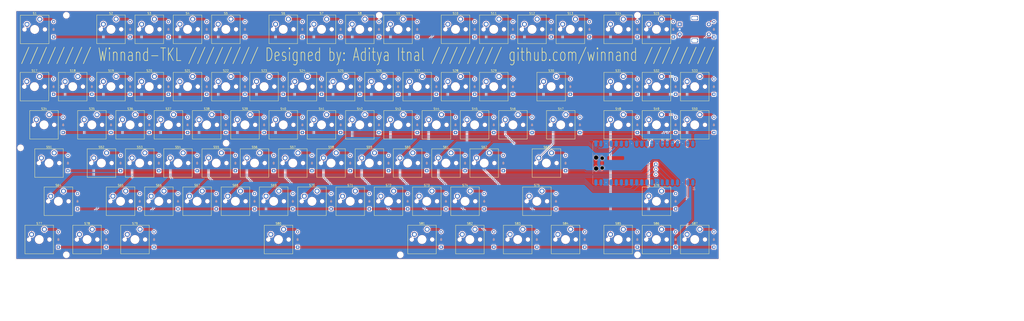
<source format=kicad_pcb>
(kicad_pcb (version 20241229) (generator "pcbnew") (generator_version "9.0")
  (layers (0 "F.Cu" signal) (2 "B.Cu" signal) (13 "F.Paste" user) (15 "B.Paste" user) (5 "F.SilkS" user "F.Silkscreen") (7 "B.SilkS" user "B.Silkscreen") (1 "F.Mask" user) (3 "B.Mask" user) (25 "Edge.Cuts" user))
  (net 0 "")
  (net 1 "GND")
  (net 2 "Row 2")
  (net 3 "Col 5")
  (net 4 "Col 1")
  (net 5 "Col 14")
  (net 6 "Col 9")
  (net 7 "Row 3")
  (net 8 "Col 7")
  (net 9 "Row 5")
  (net 10 "CLK")
  (net 11 "Col 15")
  (net 12 "Col 0")
  (net 13 "Col 16")
  (net 14 "Col 10")
  (net 15 "Col 6")
  (net 16 "Col 2")
  (net 17 "Col 11")
  (net 18 "Col 12")
  (net 19 "DT")
  (net 20 "Row 1")
  (net 21 "Col 4")
  (net 22 "Row 0")
  (net 23 "Col 13")
  (net 24 "Col 8")
  (net 25 "Col 3")
  (net 26 "Row 4")
  (net 27 "Net-(D1-A)")
  (net 28 "Net-(D2-A)")
  (net 29 "Net-(D3-A)")
  (net 30 "Net-(D4-A)")
  (net 31 "Net-(D5-A)")
  (net 32 "Net-(D6-A)")
  (net 33 "Net-(D7-A)")
  (net 34 "Net-(D8-A)")
  (net 35 "Net-(D9-A)")
  (net 36 "Net-(D10-A)")
  (net 37 "Net-(D11-A)")
  (net 38 "Net-(D12-A)")
  (net 39 "Net-(D13-A)")
  (net 40 "Net-(D14-A)")
  (net 41 "Net-(D15-A)")
  (net 42 "Net-(D16-A)")
  (net 43 "Net-(D17-A)")
  (net 44 "Net-(D18-A)")
  (net 45 "Net-(D19-A)")
  (net 46 "Net-(D20-A)")
  (net 47 "Net-(D21-A)")
  (net 48 "Net-(D22-A)")
  (net 49 "Net-(D23-A)")
  (net 50 "Net-(D24-A)")
  (net 51 "Net-(D25-A)")
  (net 52 "Net-(D26-A)")
  (net 53 "Net-(D27-A)")
  (net 54 "Net-(D28-A)")
  (net 55 "Net-(D29-A)")
  (net 56 "Net-(D30-A)")
  (net 57 "Net-(D31-A)")
  (net 58 "Net-(D32-A)")
  (net 59 "Net-(D33-A)")
  (net 60 "Net-(D34-A)")
  (net 61 "Net-(D35-A)")
  (net 62 "Net-(D36-A)")
  (net 63 "Net-(D37-A)")
  (net 64 "Net-(D38-A)")
  (net 65 "Net-(D39-A)")
  (net 66 "Net-(D40-A)")
  (net 67 "Net-(D41-A)")
  (net 68 "Net-(D42-A)")
  (net 69 "Net-(D43-A)")
  (net 70 "Net-(D44-A)")
  (net 71 "Net-(D45-A)")
  (net 72 "Net-(D46-A)")
  (net 73 "Net-(D47-A)")
  (net 74 "Net-(D48-A)")
  (net 75 "Net-(D49-A)")
  (net 76 "Net-(D50-A)")
  (net 77 "Net-(D51-A)")
  (net 78 "Net-(D52-A)")
  (net 79 "Net-(D53-A)")
  (net 80 "Net-(D54-A)")
  (net 81 "Net-(D55-A)")
  (net 82 "Net-(D56-A)")
  (net 83 "Net-(D57-A)")
  (net 84 "Net-(D58-A)")
  (net 85 "Net-(D59-A)")
  (net 86 "Net-(D60-A)")
  (net 87 "Net-(D61-A)")
  (net 88 "Net-(D62-A)")
  (net 89 "Net-(D63-A)")
  (net 90 "Net-(D64-A)")
  (net 91 "Net-(D65-A)")
  (net 92 "Net-(D66-A)")
  (net 93 "Net-(D67-A)")
  (net 94 "Net-(D68-A)")
  (net 95 "Net-(D69-A)")
  (net 96 "Net-(D70-A)")
  (net 97 "Net-(D71-A)")
  (net 98 "Net-(D72-A)")
  (net 99 "Net-(D73-A)")
  (net 100 "Net-(D74-A)")
  (net 101 "Net-(D75-A)")
  (net 102 "Net-(D76-A)")
  (net 103 "Net-(D77-A)")
  (net 104 "Net-(D78-A)")
  (net 105 "Net-(D79-A)")
  (net 106 "Net-(D80-A)")
  (net 107 "Net-(D81-A)")
  (net 108 "Net-(D82-A)")
  (net 109 "Net-(D83-A)")
  (net 110 "Net-(D84-A)")
  (net 111 "Net-(D85-A)")
  (net 112 "Net-(D86-A)")
  (net 113 "Net-(D87-A)")
  (net 115 "NO")
  (footprint "ScottoKeebs_MX:MX_PCB_1.00u" (layer "F.Cu") (at 73.025 63.5)
    (property "Reference" "S19")
    (property "Value" "~")
  )
  (footprint "ScottoKeebs_MX:MX_PCB_1.00u" (layer "F.Cu") (at 206.375 63.5)
    (property "Reference" "S26")
    (property "Value" "~")
  )
  (footprint "ScottoKeebs_MX:MX_PCB_1.00u" (layer "F.Cu") (at 363.5375 82.55)
    (property "Reference" "S50")
    (property "Value" "~")
  )
  (footprint "ScottoKeebs_MX:MX_PCB_1.00u" (layer "F.Cu") (at 53.975 63.5)
    (property "Reference" "S18")
    (property "Value" "~")
  )
  (footprint "ScottoKeebs_MX:MX_PCB_1.00u" (layer "F.Cu") (at 92.075 63.5)
    (property "Reference" "S20")
    (property "Value" "~")
  )
  (footprint "ScottoKeebs_MX:MX_PCB_1.00u" (layer "F.Cu") (at 325.4375 63.5)
    (property "Reference" "S31")
    (property "Value" "~")
  )
  (footprint "ScottoKeebs_MX:MX_PCB_1.00u" (layer "F.Cu") (at 282.575 34.925)
    (property "Reference" "S12")
    (property "Value" "~")
  )
  (footprint "ScottoKeebs_MX:MX_PCB_1.00u" (layer "F.Cu") (at 263.525 34.925)
    (property "Reference" "S11")
    (property "Value" "~")
  )
  (footprint "ScottoKeebs_MX:MX_PCB_1.50u" (layer "F.Cu") (at 39.6875 82.55)
    (property "Reference" "S34")
    (property "Value" "~")
  )
  (footprint "ScottoKeebs_MX:MX_PCB_1.00u" (layer "F.Cu") (at 77.7875 120.65)
    (property "Reference" "S65")
    (property "Value" "~")
  )
  (footprint "ScottoKeebs_MX:MX_PCB_1.25u" (layer "F.Cu") (at 299.24375 139.7)
    (property "Reference" "S84")
    (property "Value" "~")
  )
  (footprint "ScottoKeebs_MX:MX_PCB_1.00u" (layer "F.Cu") (at 120.65 82.55)
    (property "Reference" "S38")
    (property "Value" "~")
  )
  (footprint "ScottoKeebs_MX:MX_PCB_1.00u" (layer "F.Cu") (at 144.4625 101.6)
    (property "Reference" "S56")
    (property "Value" "~")
  )
  (footprint "ScottoKeebs_MX:MX_PCB_1.00u" (layer "F.Cu") (at 92.075 34.925)
    (property "Reference" "S3")
    (property "Value" "~")
  )
  (footprint "ScottoKeebs_MX:MX_PCB_1.00u" (layer "F.Cu") (at 130.175 34.925)
    (property "Reference" "S5")
    (property "Value" "~")
  )
  (footprint "ScottoKeebs_MX:MX_PCB_2.75u" (layer "F.Cu") (at 284.95625 120.65)
    (property "Reference" "S75")
    (property "Value" "~")
  )
  (footprint "ScottoKeebs_MX:MX_PCB_1.00u" (layer "F.Cu") (at 215.9 82.55)
    (property "Reference" "S43")
    (property "Value" "~")
  )
  (footprint "ScottoKeebs_MX:MX_PCB_1.00u" (layer "F.Cu") (at 153.9875 120.65)
    (property "Reference" "S69")
    (property "Value" "~")
  )
  (footprint "ScottoKeebs_MX:MX_PCB_1.00u" (layer "F.Cu") (at 158.75 82.55)
    (property "Reference" "S40")
    (property "Value" "~")
  )
  (footprint "ScottoKeebs_MX:MX_PCB_1.00u" (layer "F.Cu") (at 363.5375 139.7)
    (property "Reference" "S87")
    (property "Value" "~")
  )
  (footprint "ScottoKeebs_MX:MX_PCB_1.00u" (layer "F.Cu") (at 220.6625 101.6)
    (property "Reference" "S60")
    (property "Value" "~")
  )
  (footprint "ScottoKeebs_MX:MX_PCB_1.00u" (layer "F.Cu") (at 115.8875 120.65)
    (property "Reference" "S67")
    (property "Value" "~")
  )
  (footprint "ScottoKeebs_MX:MX_PCB_1.00u" (layer "F.Cu") (at 177.8 82.55)
    (property "Reference" "S41")
    (property "Value" "~")
  )
  (footprint "ScottoKeebs_MX:MX_PCB_1.00u" (layer "F.Cu") (at 201.6125 101.6)
    (property "Reference" "S59")
    (property "Value" "~")
  )
  (footprint "ScottoKeebs_MX:MX_PCB_1.00u" (layer "F.Cu") (at 63.5 82.55)
    (property "Reference" "S35")
    (property "Value" "~")
  )
  (footprint "ScottoKeebs_MX:MX_PCB_1.00u" (layer "F.Cu") (at 130.175 63.5)
    (property "Reference" "S22")
    (property "Value" "~")
  )
  (footprint "ScottoKeebs_MX:MX_PCB_2.25u" (layer "F.Cu") (at 46.83125 120.65)
    (property "Reference" "S64")
    (property "Value" "~")
  )
  (footprint "ScottoKeebs_MX:MX_PCB_1.00u" (layer "F.Cu") (at 35.035 34.99)
    (property "Reference" "S1")
    (property "Value" "~")
  )
  (footprint "ScottoKeebs_MX:MX_PCB_1.00u" (layer "F.Cu") (at 196.85 34.925)
    (property "Reference" "S8")
    (property "Value" "~")
  )
  (footprint "ScottoKeebs_MX:MX_PCB_1.00u" (layer "F.Cu") (at 230.1875 120.65)
    (property "Reference" "S73")
    (property "Value" "~")
  )
  (footprint "ScottoKeebs_MX:MX_PCB_2.25u" (layer "F.Cu") (at 289.71875 101.6)
    (property "Reference" "S63")
    (property "Value" "~")
  )
  (footprint "ScottoKeebs_MX:MX_PCB_1.00u" (layer "F.Cu") (at 344.4875 63.5)
    (property "Reference" "S32")
    (property "Value" "~")
  )
  (footprint "ScottoKeebs_MX:MX_PCB_1.25u" (layer "F.Cu") (at 61.11875 139.7)
    (property "Reference" "S78")
    (property "Value" "~")
  )
  (footprint "ScottoKeebs_MX:MX_PCB_1.00u" (layer "F.Cu") (at 225.425 63.5)
    (property "Reference" "S27")
    (property "Value" "~")
  )
  (footprint "ScottoKeebs_MX:MX_PCB_1.00u" (layer "F.Cu") (at 344.4875 120.65)
    (property "Reference" "S76")
    (property "Value" "~")
  )
  (footprint "ScottoKeebs_MX:MX_PCB_1.00u" (layer "F.Cu") (at 211.1375 120.65)
    (property "Reference" "S72")
    (property "Value" "~")
  )
  (footprint "ScottoKeebs_MX:MX_PCB_1.00u" (layer "F.Cu") (at 149.225 63.5)
    (property "Reference" "S23")
    (property "Value" "~")
  )
  (footprint "ScottoKeebs_MX:MX_PCB_1.00u" (layer "F.Cu") (at 68.2625 101.6)
    (property "Reference" "S52")
    (property "Value" "~")
  )
  (footprint "ScottoKeebs_MX:MX_PCB_1.00u" (layer "F.Cu") (at 101.6 82.55)
    (property "Reference" "S37")
    (property "Value" "~")
  )
  (footprint "ScottoKeebs_MX:MX_PCB_1.00u" (layer "F.Cu") (at 111.125 34.925)
    (property "Reference" "S4")
    (property "Value" "~")
  )
  (footprint "ScottoKeebs_MX:MX_PCB_1.00u" (layer "F.Cu") (at 258.7625 101.6)
    (property "Reference" "S62")
    (property "Value" "~")
  )
  (footprint "ScottoKeebs_MX:MX_PCB_1.25u" (layer "F.Cu") (at 227.80625 139.7)
    (property "Reference" "S81")
    (property "Value" "~")
  )
  (footprint "ScottoKeebs_MX:MX_PCB_1.00u" (layer "F.Cu") (at 301.625 34.925)
    (property "Reference" "S13")
    (property "Value" "~")
  )
  (footprint "ScottoKeebs_MX:MX_PCB_1.00u" (layer "F.Cu") (at 325.4375 139.7)
    (property "Reference" "S85")
    (property "Value" "~")
  )
  (footprint "ScottoKeebs_MX:MX_PCB_1.00u" (layer "F.Cu") (at 173.0375 120.65)
    (property "Reference" "S70")
    (property "Value" "~")
  )
  (footprint "ScottoKeebs_MX:MX_PCB_1.00u" (layer "F.Cu") (at 249.2375 120.65)
    (property "Reference" "S74")
    (property "Value" "~")
  )
  (footprint "ScottoKeebs_MX:MX_PCB_1.25u" (layer "F.Cu") (at 251.61875 139.7)
    (property "Reference" "S82")
    (property "Value" "~")
  )
  (footprint "ScottoKeebs_MX:MX_PCB_1.00u" (layer "F.Cu") (at 34.925 63.5)
    (property "Reference" "S17")
    (property "Value" "~")
  )
  (footprint "ScottoKeebs_MX:MX_PCB_1.00u" (layer "F.Cu") (at 182.5625 101.6)
    (property "Reference" "S58")
    (property "Value" "~")
  )
  (footprint "ScottoKeebs_MX:MX_PCB_1.00u" (layer "F.Cu") (at 177.8 34.925)
    (property "Reference" "S7")
    (property "Value" "~")
  )
  (footprint "ScottoKeebs_MX:MX_PCB_1.00u" (layer "F.Cu") (at 192.0875 120.65)
    (property "Reference" "S71")
    (property "Value" "~")
  )
  (footprint "ScottoKeebs_MX:MX_PCB_1.00u" (layer "F.Cu") (at 196.85 82.55)
    (property "Reference" "S42")
    (property "Value" "~")
  )
  (footprint "ScottoKeebs_MX:MX_PCB_6.25u" (layer "F.Cu") (at 156.36875 139.7)
    (property "Reference" "S80")
    (property "Value" "~")
  )
  (footprint "ScottoKeebs_MX:MX_PCB_1.00u" (layer "F.Cu") (at 325.4375 34.925)
    (property "Reference" "S14")
    (property "Value" "~")
  )
  (footprint "ScottoKeebs_MX:MX_PCB_1.00u" (layer "F.Cu") (at 244.475 63.5)
    (property "Reference" "S28")
    (property "Value" "~")
  )
  (footprint "ScottoKeebs_MX:MX_PCB_1.00u" (layer "F.Cu") (at 163.5125 101.6)
    (property "Reference" "S57")
    (property "Value" "~")
  )
  (footprint "ScottoKeebs_MX:MX_PCB_1.25u" (layer "F.Cu") (at 84.93125 139.7)
    (property "Reference" "S79")
    (property "Value" "~")
  )
  (footprint "ScottoKeebs_MX:MX_PCB_1.00u" (layer "F.Cu") (at 344.4875 82.55)
    (property "Reference" "S49")
    (property "Value" "~")
  )
  (footprint "ScottoKeebs_MX:MX_PCB_1.00u" (layer "F.Cu") (at 106.3625 101.6)
    (property "Reference" "S54")
    (property "Value" "~")
  )
  (footprint "ScottoKeebs_MX:MX_PCB_1.00u" (layer "F.Cu") (at 234.95 82.55)
    (property "Reference" "S44")
    (property "Value" "~")
  )
  (footprint "ScottoKeebs_MX:MX_PCB_1.00u" (layer "F.Cu") (at 158.75 34.925)
    (property "Reference" "S6")
    (property "Value" "~")
  )
  (footprint "ScottoKeebs_MX:MX_PCB_1.00u" (layer "F.Cu") (at 363.5375 63.5)
    (property "Reference" "S33")
    (property "Value" "~")
  )
  (footprint "ScottoKeebs_MX:MX_PCB_1.25u" (layer "F.Cu") (at 37.30625 139.7)
    (property "Reference" "S77")
    (property "Value" "~")
  )
  (footprint "ScottoKeebs_MX:MX_PCB_2.00u" (layer "F.Cu") (at 292.1 63.5)
    (property "Reference" "S30")
    (property "Value" "~")
  )
  (footprint "ScottoKeebs_MX:MX_PCB_1.00u" (layer "F.Cu") (at 96.8375 120.65)
    (property "Reference" "S66")
    (property "Value" "~")
  )
  (footprint "ScottoKeebs_MX:MX_PCB_1.00u" (layer "F.Cu") (at 125.4125 101.6)
    (property "Reference" "S55")
    (property "Value" "~")
  )
  (footprint "ScottoKeebs_MX:MX_PCB_1.00u" (layer "F.Cu") (at 344.4875 139.7)
    (property "Reference" "S86")
    (property "Value" "~")
  )
  (footprint "ScottoKeebs_MX:MX_PCB_1.00u" (layer "F.Cu") (at 168.275 63.5)
    (property "Reference" "S24")
    (property "Value" "~")
  )
  (footprint "ScottoKeebs_MX:MX_PCB_1.00u" (layer "F.Cu") (at 187.325 63.5)
    (property "Reference" "S25")
    (property "Value" "~")
  )
  (footprint "ScottoKeebs_MX:MX_PCB_1.00u" (layer "F.Cu") (at 111.125 63.5)
    (property "Reference" "S21")
    (property "Value" "~")
  )
  (footprint "ScottoKeebs_MX:MX_PCB_1.00u" (layer "F.Cu") (at 73.025 34.925)
    (property "Reference" "S2")
    (property "Value" "~")
  )
  (footprint "ScottoKeebs_MX:MX_PCB_1.00u" (layer "F.Cu") (at 244.475 34.925)
    (property "Reference" "S10")
    (property "Value" "~")
  )
  (footprint "ScottoKeebs_MX:MX_PCB_1.00u" (layer "F.Cu") (at 273.05 82.55)
    (property "Reference" "S46")
    (property "Value" "~")
  )
  (footprint "ScottoKeebs_MX:MX_PCB_1.75u" (layer "F.Cu") (at 42.2 101.6)
    (property "Reference" "S51")
    (property "Value" "~")
  )
  (footprint "ScottoKeebs_MX:MX_PCB_1.25u" (layer "F.Cu") (at 275.43125 139.7)
    (property "Reference" "S83")
    (property "Value" "~")
  )
  (footprint "ScottoKeebs_MX:MX_PCB_1.00u" (layer "F.Cu") (at 325.4375 82.55)
    (property "Reference" "S48")
    (property "Value" "~")
  )
  (footprint "ScottoKeebs_MX:MX_PCB_1.00u" (layer "F.Cu") (at 254 82.55)
    (property "Reference" "S45")
    (property "Value" "~")
  )
  (footprint "ScottoKeebs_MX:MX_PCB_1.00u" (layer "F.Cu") (at 87.3125 101.6)
    (property "Reference" "S53")
    (property "Value" "~")
  )
  (footprint "ScottoKeebs_MX:MX_PCB_1.00u" (layer "F.Cu") (at 82.55 82.55)
    (property "Reference" "S36")
    (property "Value" "~")
  )
  (footprint "ScottoKeebs_MX:MX_PCB_1.00u" (layer "F.Cu") (at 215.9 34.925)
    (property "Reference" "S9")
    (property "Value" "~")
  )
  (footprint "ScottoKeebs_MX:MX_PCB_1.00u" (layer "F.Cu") (at 344.4875 34.925)
    (property "Reference" "S15")
    (property "Value" "~")
  )
  (footprint "ScottoKeebs_MX:MX_PCB_1.00u" (layer "F.Cu") (at 134.9375 120.65)
    (property "Reference" "S68")
    (property "Value" "~")
  )
  (footprint "ScottoKeebs_MX:MX_PCB_1.00u" (layer "F.Cu") (at 139.7 82.55)
    (property "Reference" "S39")
    (property "Value" "~")
  )
  (footprint "ScottoKeebs_Scotto:Encoder_EC11_MX" (layer "F.Cu") (at 363.5375 34.925)
    (property "Reference" "SW0" (hide yes))
    (property "Value" "RotaryEncoder_Switch" (hide yes))
  )
  (footprint "ScottoKeebs_MX:MX_PCB_1.00u" (layer "F.Cu") (at 263.525 63.5)
    (property "Reference" "S29")
    (property "Value" "~")
  )
  (footprint "ScottoKeebs_MX:MX_PCB_1.50u" (layer "F.Cu") (at 296.8625 82.55)
    (property "Reference" "S47")
    (property "Value" "~")
  )
  (footprint "ScottoKeebs_MX:MX_PCB_1.00u" (layer "F.Cu") (at 239.7125 101.6)
    (property "Reference" "S61")
    (property "Value" "~")
  )
  (footprint "ScottoKeebs_Components:Diode_DO-35" (layer "B.Cu") (at 111.125 86.36 90)
    (property "Reference" "D37" (hide yes))
    (property "Value" "~" (hide yes))
  )
  (footprint "ScottoKeebs_Components:Diode_DO-35" (layer "B.Cu") (at 273.05 38.735 90)
    (property "Reference" "D11" (hide yes))
    (property "Value" "~" (hide yes))
  )
  (footprint "ScottoKeebs_Components:Diode_DO-35" (layer "B.Cu") (at 82.55 67.31 90)
    (property "Reference" "D19" (hide yes))
    (property "Value" "~" (hide yes))
  )
  (footprint "ScottoKeebs_Components:Diode_DO-35" (layer "B.Cu") (at 196.85 67.31 90)
    (property "Reference" "D25" (hide yes))
    (property "Value" "~" (hide yes))
  )
  (footprint "ScottoKeebs_Components:Diode_DO-35" (layer "B.Cu") (at 215.9 67.31 90)
    (property "Reference" "D26" (hide yes))
    (property "Value" "~" (hide yes))
  )
  (footprint "ScottoKeebs_Components:Diode_DO-35" (layer "B.Cu") (at 82.55 38.735 90)
    (property "Reference" "D2" (hide yes))
    (property "Value" "~" (hide yes))
  )
  (footprint "ScottoKeebs_Components:Diode_DO-35" (layer "B.Cu") (at 373.0625 67.31 90)
    (property "Reference" "D33" (hide yes))
    (property "Value" "~" (hide yes))
  )
  (footprint "ScottoKeebs_Components:Diode_DO-35" (layer "B.Cu") (at 201.6125 124.46 90)
    (property "Reference" "D71" (hide yes))
    (property "Value" "~" (hide yes))
  )
  (footprint "ScottoKeebs_Components:Diode_DO-35" (layer "B.Cu") (at 139.7 67.31 90)
    (property "Reference" "D22" (hide yes))
    (property "Value" "~" (hide yes))
  )
  (footprint "ScottoKeebs_Components:Diode_DO-35" (layer "B.Cu") (at 206.375 86.36 90)
    (property "Reference" "D42" (hide yes))
    (property "Value" "~" (hide yes))
  )
  (footprint "ScottoKeebs_Components:Diode_DO-35" (layer "B.Cu") (at 130.175 86.36 90)
    (property "Reference" "D38" (hide yes))
    (property "Value" "~" (hide yes))
  )
  (footprint "ScottoKeebs_Components:Diode_DO-35" (layer "B.Cu") (at 115.8875 105.41 90)
    (property "Reference" "D54" (hide yes))
    (property "Value" "~" (hide yes))
  )
  (footprint "ScottoKeebs_Components:Diode_DO-35" (layer "B.Cu") (at 120.65 38.735 90)
    (property "Reference" "D4" (hide yes))
    (property "Value" "~" (hide yes))
  )
  (footprint "ScottoKeebs_Components:Diode_DO-35" (layer "B.Cu") (at 249.2375 105.41 90)
    (property "Reference" "D61" (hide yes))
    (property "Value" "~" (hide yes))
  )
  (footprint "ScottoKeebs_Components:Diode_DO-35" (layer "B.Cu") (at 334.9625 143.51 90)
    (property "Reference" "D85" (hide yes))
    (property "Value" "~" (hide yes))
  )
  (footprint "ScottoKeebs_Components:Diode_DO-35" (layer "B.Cu") (at 92.075 86.36 90)
    (property "Reference" "D36" (hide yes))
    (property "Value" "~" (hide yes))
  )
  (footprint "ScottoKeebs_Components:Diode_DO-35" (layer "B.Cu") (at 373.0625 143.51 90)
    (property "Reference" "D87" (hide yes))
    (property "Value" "~" (hide yes))
  )
  (footprint "ScottoKeebs_Components:Diode_DO-35" (layer "B.Cu") (at 101.6 38.735 90)
    (property "Reference" "D3" (hide yes))
    (property "Value" "~" (hide yes))
  )
  (footprint "ScottoKeebs_Components:Diode_DO-35" (layer "B.Cu") (at 334.9625 38.735 90)
    (property "Reference" "D14" (hide yes))
    (property "Value" "~" (hide yes))
  )
  (footprint "ScottoKeebs_Components:Diode_DO-35" (layer "B.Cu") (at 134.9375 105.41 90)
    (property "Reference" "D55" (hide yes))
    (property "Value" "~" (hide yes))
  )
  (footprint "ScottoKeebs_Components:Diode_DO-35" (layer "B.Cu") (at 268.2875 105.41 90)
    (property "Reference" "D62" (hide yes))
    (property "Value" "~" (hide yes))
  )
  (footprint "ScottoKeebs_Components:Diode_DO-35" (layer "B.Cu") (at 234.95 67.31 90)
    (property "Reference" "D27" (hide yes))
    (property "Value" "~" (hide yes))
  )
  (footprint "ScottoKeebs_Components:Diode_DO-35" (layer "B.Cu") (at 301.625 67.31 90)
    (property "Reference" "D30" (hide yes))
    (property "Value" "~" (hide yes))
  )
  (footprint "ScottoKeebs_Components:Diode_DO-35" (layer "B.Cu") (at 334.9625 67.31 90)
    (property "Reference" "D31" (hide yes))
    (property "Value" "~" (hide yes))
  )
  (footprint "ScottoKeebs_Components:Diode_DO-35" (layer "B.Cu") (at 46.83125 143.51 90)
    (property "Reference" "D77" (hide yes))
    (property "Value" "~" (hide yes))
  )
  (footprint "ScottoKeebs_Components:Diode_DO-35" (layer "B.Cu") (at 106.3625 124.46 90)
    (property "Reference" "D66" (hide yes))
    (property "Value" "~" (hide yes))
  )
  (footprint "ScottoKeebs_Components:Diode_DO-35" (layer "B.Cu") (at 292.1 38.735 90)
    (property "Reference" "D12" (hide yes))
    (property "Value" "~" (hide yes))
  )
  (footprint "Module:RaspberryPi_Pico_W_SMD_HandSolder" (layer "B.Cu") (at 338.455 101.6 -90)
    (property "Reference" "A0")
    (property "Value" "RaspberryPi_Pico_W" (hide yes))
  )
  (footprint "ScottoKeebs_Components:Diode_DO-35" (layer "B.Cu") (at 239.7125 124.46 90)
    (property "Reference" "D73" (hide yes))
    (property "Value" "~" (hide yes))
  )
  (footprint "ScottoKeebs_Components:Diode_DO-35" (layer "B.Cu") (at 294.48125 124.46 90)
    (property "Reference" "D75" (hide yes))
    (property "Value" "~" (hide yes))
  )
  (footprint "ScottoKeebs_Components:Diode_DO-35" (layer "B.Cu") (at 273.05 67.31 90)
    (property "Reference" "D29" (hide yes))
    (property "Value" "~" (hide yes))
  )
  (footprint "ScottoKeebs_Components:Diode_DO-35" (layer "B.Cu") (at 263.525 143.51 90)
    (property "Reference" "D82" (hide yes))
    (property "Value" "~" (hide yes))
  )
  (footprint "ScottoKeebs_Components:Diode_DO-35" (layer "B.Cu") (at 168.275 38.735 90)
    (property "Reference" "D6" (hide yes))
    (property "Value" "~" (hide yes))
  )
  (footprint "ScottoKeebs_Components:Diode_DO-35" (layer "B.Cu") (at 254 38.735 90)
    (property "Reference" "D10" (hide yes))
    (property "Value" "~" (hide yes))
  )
  (footprint "ScottoKeebs_Components:Diode_DO-35" (layer "B.Cu") (at 187.325 86.36 90)
    (property "Reference" "D41" (hide yes))
    (property "Value" "~" (hide yes))
  )
  (footprint "ScottoKeebs_Components:Diode_DO-35" (layer "B.Cu") (at 230.1875 105.41 90)
    (property "Reference" "D60" (hide yes))
    (property "Value" "~" (hide yes))
  )
  (footprint "ScottoKeebs_Components:Diode_DO-35" (layer "B.Cu") (at 237.33125 143.51 90)
    (property "Reference" "D81" (hide yes))
    (property "Value" "~" (hide yes))
  )
  (footprint "ScottoKeebs_Components:Diode_DO-35" (layer "B.Cu") (at 254 67.31 90)
    (property "Reference" "D28" (hide yes))
    (property "Value" "~" (hide yes))
  )
  (footprint "ScottoKeebs_Components:Diode_DO-35" (layer "B.Cu") (at 282.575 86.36 90)
    (property "Reference" "D46" (hide yes))
    (property "Value" "~" (hide yes))
  )
  (footprint "ScottoKeebs_Components:Diode_DO-35" (layer "B.Cu") (at 206.375 38.735 90)
    (property "Reference" "D8" (hide yes))
    (property "Value" "~" (hide yes))
  )
  (footprint "ScottoKeebs_Components:Diode_DO-35" (layer "B.Cu") (at 87.3125 124.46 90)
    (property "Reference" "D65" (hide yes))
    (property "Value" "~" (hide yes))
  )
  (footprint "ScottoKeebs_Components:Diode_DO-35" (layer "B.Cu") (at 96.8375 105.41 90)
    (property "Reference" "D53" (hide yes))
    (property "Value" "~" (hide yes))
  )
  (footprint "ScottoKeebs_Components:Diode_DO-35" (layer "B.Cu") (at 70.64375 143.51 90)
    (property "Reference" "D78" (hide yes))
    (property "Value" "~" (hide yes))
  )
  (footprint "ScottoKeebs_Components:Diode_DO-35" (layer "B.Cu") (at 311.15 38.735 90)
    (property "Reference" "D13" (hide yes))
    (property "Value" "~" (hide yes))
  )
  (footprint "ScottoKeebs_Components:Diode_DO-35" (layer "B.Cu") (at 163.5125 124.46 90)
    (property "Reference" "D69" (hide yes))
    (property "Value" "~" (hide yes))
  )
  (footprint "ScottoKeebs_Components:Diode_DO-35" (layer "B.Cu") (at 77.7875 105.41 90)
    (property "Reference" "D52" (hide yes))
    (property "Value" "~" (hide yes))
  )
  (footprint "ScottoKeebs_Components:Diode_DO-35" (layer "B.Cu") (at 263.525 86.36 90)
    (property "Reference" "D45" (hide yes))
    (property "Value" "~" (hide yes))
  )
  (footprint "ScottoKeebs_Components:Diode_DO-35" (layer "B.Cu") (at 373.0625 86.36 90)
    (property "Reference" "D50" (hide yes))
    (property "Value" "~" (hide yes))
  )
  (footprint "ScottoKeebs_Components:Diode_DO-35" (layer "B.Cu") (at 165.89375 143.51 90)
    (property "Reference" "D80" (hide yes))
    (property "Value" "~" (hide yes))
  )
  (footprint "ScottoKeebs_Components:Diode_DO-35" (layer "B.Cu") (at 73.025 86.36 90)
    (property "Reference" "D35" (hide yes))
    (property "Value" "~" (hide yes))
  )
  (footprint "ScottoKeebs_Components:Diode_DO-35" (layer "B.Cu") (at 158.75 67.31 90)
    (property "Reference" "D23" (hide yes))
    (property "Value" "~" (hide yes))
  )
  (footprint "ScottoKeebs_Components:Diode_DO-35" (layer "B.Cu") (at 225.425 38.735 90)
    (property "Reference" "D9" (hide yes))
    (property "Value" "~" (hide yes))
  )
  (footprint "ScottoKeebs_Components:Diode_DO-35" (layer "B.Cu") (at 354.0125 124.46 90)
    (property "Reference" "D76" (hide yes))
    (property "Value" "~" (hide yes))
  )
  (footprint "ScottoKeebs_Components:Diode_DO-35" (layer "B.Cu") (at 220.6625 124.46 90)
    (property "Reference" "D72" (hide yes))
    (property "Value" "~" (hide yes))
  )
  (footprint "ScottoKeebs_Components:Diode_DO-35" (layer "B.Cu") (at 173.0375 105.41 90)
    (property "Reference" "D57" (hide yes))
    (property "Value" "~" (hide yes))
  )
  (footprint "ScottoKeebs_Components:Diode_DO-35" (layer "B.Cu") (at 44.45 38.735 90)
    (property "Reference" "D1" (hide yes))
    (property "Value" "~" (hide yes))
  )
  (footprint "ScottoKeebs_Components:Diode_DO-35" (layer "B.Cu") (at 101.6 67.31 90)
    (property "Reference" "D20" (hide yes))
    (property "Value" "~" (hide yes))
  )
  (footprint "ScottoKeebs_Components:Diode_DO-35" (layer "B.Cu") (at 120.65 67.31 90)
    (property "Reference" "D21" (hide yes))
    (property "Value" "~" (hide yes))
  )
  (footprint "ScottoKeebs_Components:Diode_DO-35" (layer "B.Cu") (at 354.0125 67.31 90)
    (property "Reference" "D32" (hide yes))
    (property "Value" "~" (hide yes))
  )
  (footprint "ScottoKeebs_Components:Diode_DO-35" (layer "B.Cu") (at 192.0875 105.41 90)
    (property "Reference" "D58" (hide yes))
    (property "Value" "~" (hide yes))
  )
  (footprint "ScottoKeebs_Components:Diode_DO-35" (layer "B.Cu") (at 225.425 86.36 90)
    (property "Reference" "D43" (hide yes))
    (property "Value" "~" (hide yes))
  )
  (footprint "ScottoKeebs_Components:Diode_DO-35" (layer "B.Cu") (at 306.3875 86.36 90)
    (property "Reference" "D47" (hide yes))
    (property "Value" "~" (hide yes))
  )
  (footprint "ScottoKeebs_Components:Diode_DO-35" (layer "B.Cu") (at 63.5 67.31 90)
    (property "Reference" "D18" (hide yes))
    (property "Value" "~" (hide yes))
  )
  (footprint "ScottoKeebs_Components:Diode_DO-35" (layer "B.Cu") (at 56.35625 124.46 90)
    (property "Reference" "D64" (hide yes))
    (property "Value" "~" (hide yes))
  )
  (footprint "ScottoKeebs_Components:Diode_DO-35" (layer "B.Cu") (at 354.0125 86.36 90)
    (property "Reference" "D49" (hide yes))
    (property "Value" "~" (hide yes))
  )
  (footprint "ScottoKeebs_Components:Diode_DO-35" (layer "B.Cu") (at 373.0625 38.735 90)
    (property "Reference" "D16" (hide yes))
    (property "Value" "~" (hide yes))
  )
  (footprint "ScottoKeebs_Components:Diode_DO-35" (layer "B.Cu") (at 51.59375 105.41 90)
    (property "Reference" "D51" (hide yes))
    (property "Value" "~" (hide yes))
  )
  (footprint "ScottoKeebs_Components:Diode_DO-35" (layer "B.Cu") (at 352.9 38.735 90)
    (property "Reference" "D15" (hide yes))
    (property "Value" "~" (hide yes))
  )
  (footprint "ScottoKeebs_Components:Diode_DO-35" (layer "B.Cu") (at 149.225 86.36 90)
    (property "Reference" "D39" (hide yes))
    (property "Value" "~" (hide yes))
  )
  (footprint "ScottoKeebs_Components:Diode_DO-35" (layer "B.Cu") (at 211.1375 105.41 90)
    (property "Reference" "D59" (hide yes))
    (property "Value" "~" (hide yes))
  )
  (footprint "ScottoKeebs_Components:Diode_DO-35" (layer "B.Cu") (at 125.4125 124.46 90)
    (property "Reference" "D67" (hide yes))
    (property "Value" "~" (hide yes))
  )
  (footprint "ScottoKeebs_Components:Diode_DO-35" (layer "B.Cu") (at 49.2125 86.36 90)
    (property "Reference" "D34" (hide yes))
    (property "Value" "~" (hide yes))
  )
  (footprint "ScottoKeebs_Components:Diode_DO-35" (layer "B.Cu") (at 299.24375 105.41 90)
    (property "Reference" "D63" (hide yes))
    (property "Value" "~" (hide yes))
  )
  (footprint "ScottoKeebs_Components:Diode_DO-35" (layer "B.Cu") (at 177.8 67.31 90)
    (property "Reference" "D24" (hide yes))
    (property "Value" "~" (hide yes))
  )
  (footprint "ScottoKeebs_Components:Diode_DO-35" (layer "B.Cu") (at 144.4625 124.46 90)
    (property "Reference" "D68" (hide yes))
    (property "Value" "~" (hide yes))
  )
  (footprint "ScottoKeebs_Components:Diode_DO-35" (layer "B.Cu") (at 308.76875 143.51 90)
    (property "Reference" "D84" (hide yes))
    (property "Value" "~" (hide yes))
  )
  (footprint "ScottoKeebs_Components:Diode_DO-35" (layer "B.Cu") (at 139.7 38.735 90)
    (property "Reference" "D5" (hide yes))
    (property "Value" "~" (hide yes))
  )
  (footprint "ScottoKeebs_Components:Diode_DO-35" (layer "B.Cu") (at 244.475 86.36 90)
    (property "Reference" "D44" (hide yes))
    (property "Value" "~" (hide yes))
  )
  (footprint "ScottoKeebs_Components:Diode_DO-35" (layer "B.Cu") (at 153.9875 105.41 90)
    (property "Reference" "D56" (hide yes))
    (property "Value" "~" (hide yes))
  )
  (footprint "ScottoKeebs_Components:Diode_DO-35" (layer "B.Cu") (at 258.7625 124.46 90)
    (property "Reference" "D74" (hide yes))
    (property "Value" "~" (hide yes))
  )
  (footprint "ScottoKeebs_Components:Diode_DO-35" (layer "B.Cu") (at 354.0125 143.51 90)
    (property "Reference" "D86" (hide yes))
    (property "Value" "~" (hide yes))
  )
  (footprint "ScottoKeebs_Components:Diode_DO-35" (layer "B.Cu") (at 94.45625 143.51 90)
    (property "Reference" "D79" (hide yes))
    (property "Value" "~" (hide yes))
  )
  (footprint "ScottoKeebs_Components:Diode_DO-35" (layer "B.Cu") (at 182.5625 124.46 90)
    (property "Reference" "D70" (hide yes))
    (property "Value" "~" (hide yes))
  )
  (footprint "ScottoKeebs_Components:Diode_DO-35" (layer "B.Cu") (at 334.9625 86.36 90)
    (property "Reference" "D48" (hide yes))
    (property "Value" "~" (hide yes))
  )
  (footprint "ScottoKeebs_Components:Diode_DO-35" (layer "B.Cu") (at 44.45 67.31 90)
    (property "Reference" "D17" (hide yes))
    (property "Value" "~" (hide yes))
  )
  (footprint "ScottoKeebs_Components:Diode_DO-35" (layer "B.Cu") (at 187.325 38.735 90)
    (property "Reference" "D7" (hide yes))
    (property "Value" "~" (hide yes))
  )
  (footprint "ScottoKeebs_Components:Diode_DO-35" (layer "B.Cu") (at 168.275 86.36 90)
    (property "Reference" "D40" (hide yes))
    (property "Value" "~" (hide yes))
  )
  (footprint "ScottoKeebs_Components:Diode_DO-35" (layer "B.Cu") (at 284.95625 143.51 90)
    (property "Reference" "D83" (hide yes))
    (property "Value" "~" (hide yes))
  )
  (gr_circle (center 217 147.32) (end 218.2 147.32) (stroke (width 0.05)) (fill no) (layer "Edge.Cuts"))
  (gr_circle (center 335.026 27.94) (end 336.226 27.94) (stroke (width 0.05)) (fill no) (layer "Edge.Cuts"))
  (gr_circle (center 28 94) (end 29.2 94) (stroke (width 0.05)) (fill no) (layer "Edge.Cuts"))
  (gr_circle (center 206.502 27.94) (end 207.702 27.94) (stroke (width 0.05)) (fill no) (layer "Edge.Cuts"))
  (gr_circle (center 50.8 147.32) (end 52 147.32) (stroke (width 0.05)) (fill no) (layer "Edge.Cuts"))
  (gr_circle (center 130.302 91.694) (end 131.502 91.694) (stroke (width 0.05)) (fill no) (layer "Edge.Cuts"))
  (gr_line (start 375.92 149.86) (end 375.92 25.4) (stroke (width 0.05)) (layer "Edge.Cuts"))
  (gr_line (start 25.4 149.86) (end 376.39625 149.86) (stroke (width 0.05)) (layer "Edge.Cuts"))
  (gr_line (start 25.4 25.4) (end 25.4 149.86) (stroke (width 0.05)) (layer "Edge.Cuts"))
  (gr_circle (center 50.8 27.94) (end 52 27.94) (stroke (width 0.05)) (fill no) (layer "Edge.Cuts"))
  (gr_circle (center 335.026 147.32) (end 336.226 147.32) (stroke (width 0.05)) (fill no) (layer "Edge.Cuts"))
  (gr_line (start 375.92 25.4) (end 25.4 25.4) (stroke (width 0.05)) (layer "Edge.Cuts"))
  (gr_text "//////// Winnand-TKL //////// Designed by: Aditya Itnal //////// github.com/winnand ////////" (at 27.94 51.308 0) (layer "F.SilkS") (effects (font (size 6.35 4.191) (thickness 0.3175)) (justify left bottom)))
  (via (at 332.105 91.91) (size 0.6) (drill 0.3) (layers "F.Cu" "B.Cu") (net 1))
  (via (at 344.805 91.91) (size 0.6) (drill 0.3) (layers "F.Cu" "B.Cu") (net 1))
  (via (at 319.405 91.91) (size 0.6) (drill 0.3) (layers "F.Cu" "B.Cu") (net 1))
  (via (at 357.505 111.29) (size 0.6) (drill 0.3) (layers "F.Cu" "B.Cu") (net 1))
  (via (at 319.405 111.29) (size 0.6) (drill 0.3) (layers "F.Cu" "B.Cu") (net 1))
  (via (at 344.805 111.29) (size 0.6) (drill 0.3) (layers "F.Cu" "B.Cu") (net 1))
  (via (at 357.505 91.91) (size 0.6) (drill 0.3) (layers "F.Cu" "B.Cu") (net 1))
  (segment (start 373.0625 86.36) (end 49.2125 86.36) (width 0.2) (layer "B.Cu") (net 2))
  (segment (start 362.585 87.129) (end 363.354 86.36) (width 0.2) (layer "B.Cu") (net 2))
  (segment (start 362.585 91.91) (end 362.585 87.129) (width 0.2) (layer "B.Cu") (net 2))
  (segment (start 126.365 70.485) (end 135.89 80.01) (width 0.2) (layer "F.Cu") (net 3))
  (segment (start 140.6525 108.585) (end 150.1775 118.11) (width 0.2) (layer "F.Cu") (net 3))
  (segment (start 135.89 80.01) (end 135.89 94.2975) (width 0.2) (layer "F.Cu") (net 3))
  (segment (start 140.6525 99.06) (end 140.6525 108.585) (width 0.2) (layer "F.Cu") (net 3))
  (segment (start 126.365 60.96) (end 126.365 70.485) (width 0.2) (layer "F.Cu") (net 3))
  (segment (start 126.365 32.385) (end 126.365 60.96) (width 0.2) (layer "F.Cu") (net 3))
  (segment (start 150.1775 134.77875) (end 152.55875 137.16) (width 0.2) (layer "F.Cu") (net 3))
  (segment (start 135.89 94.2975) (end 140.6525 99.06) (width 0.2) (layer "F.Cu") (net 3))
  (segment (start 150.1775 118.11) (end 150.1775 134.77875) (width 0.2) (layer "F.Cu") (net 3))
  (segment (start 308.864 110.998) (end 157.2895 110.998) (width 0.2) (layer "B.Cu") (net 3))
  (segment (start 337.185 111.29) (end 333.413 115.062) (width 0.2) (layer "B.Cu") (net 3))
  (segment (start 333.413 115.062) (end 312.928 115.062) (width 0.2) (layer "B.Cu") (net 3))
  (segment (start 312.928 115.062) (end 308.864 110.998) (width 0.2) (layer "B.Cu") (net 3))
  (segment (start 157.2895 110.998) (end 150.1775 118.11) (width 0.2) (layer "B.Cu") (net 3))
  (segment (start 64.4525 108.585) (end 73.9775 118.11) (width 0.2) (layer "F.Cu") (net 4))
  (segment (start 73.9775 118.11) (end 72.209734 118.11) (width 0.2) (layer "F.Cu") (net 4))
  (segment (start 50.165 70.485) (end 59.69 80.01) (width 0.2) (layer "F.Cu") (net 4))
  (segment (start 59.69 80.01) (end 59.69 94.2975) (width 0.2) (layer "F.Cu") (net 4))
  (segment (start 50.165 60.96) (end 50.165 70.485) (width 0.2) (layer "F.Cu") (net 4))
  (segment (start 57.30875 133.010984) (end 57.30875 137.16) (width 0.2) (layer "F.Cu") (net 4))
  (segment (start 64.4525 99.06) (end 64.4525 108.585) (width 0.2) (layer "F.Cu") (net 4))
  (segment (start 72.209734 118.11) (end 57.30875 133.010984) (width 0.2) (layer "F.Cu") (net 4))
  (segment (start 59.69 94.2975) (end 64.4525 99.06) (width 0.2) (layer "F.Cu") (net 4))
  (segment (start 349.885 110.109) (end 345.694 105.918) (width 0.2) (layer "B.Cu") (net 4))
  (segment (start 340.614 107.95) (end 84.1375 107.95) (width 0.2) (layer "B.Cu") (net 4))
  (segment (start 345.694 105.918) (end 342.646 105.918) (width 0.2) (layer "B.Cu") (net 4))
  (segment (start 342.646 105.918) (end 340.614 107.95) (width 0.2) (layer "B.Cu") (net 4))
  (segment (start 84.1375 107.95) (end 73.9775 118.11) (width 0.2) (layer "B.Cu") (net 4))
  (segment (start 349.885 111.29) (end 349.885 110.109) (width 0.2) (layer "B.Cu") (net 4))
  (segment (start 321.6275 32.385) (end 321.6275 60.96) (width 0.2) (layer "F.Cu") (net 5))
  (segment (start 321.6275 60.96) (end 321.6275 80.01) (width 0.2) (layer "F.Cu") (net 5))
  (segment (start 321.6275 80.01) (end 321.6275 137.16) (width 0.2) (layer "F.Cu") (net 5))
  (via (at 321.564 97.536) (size 0.6) (drill 0.3) (layers "F.Cu" "B.Cu") (net 5))
  (segment (start 327.025 92.075) (end 321.564 97.536) (width 0.2) (layer "B.Cu") (net 5))
  (segment (start 327.025 91.91) (end 327.025 92.075) (width 0.2) (layer "B.Cu") (net 5))
  (segment (start 216.8525 99.06) (end 212.09 94.2975) (width 0.2) (layer "F.Cu") (net 6))
  (segment (start 216.8525 99.06) (end 216.8525 108.585) (width 0.2) (layer "F.Cu") (net 6))
  (segment (start 216.8525 108.585) (end 226.3775 118.11) (width 0.2) (layer "F.Cu") (net 6))
  (segment (start 202.565 60.96) (end 202.565 70.485) (width 0.2) (layer "F.Cu") (net 6))
  (segment (start 226.3775 121.6025) (end 241.935 137.16) (width 0.2) (layer "F.Cu") (net 6))
  (segment (start 241.935 137.16) (end 247.80875 137.16) (width 0.2) (layer "F.Cu") (net 6))
  (segment (start 212.09 51.435) (end 202.565 60.96) (width 0.2) (layer "F.Cu") (net 6))
  (segment (start 212.09 32.385) (end 212.09 51.435) (width 0.2) (layer "F.Cu") (net 6))
  (segment (start 226.3775 118.11) (end 226.3775 121.6025) (width 0.2) (layer "F.Cu") (net 6))
  (segment (start 202.565 70.485) (end 212.09 80.01) (width 0.2) (layer "F.Cu") (net 6))
  (segment (start 212.09 94.2975) (end 212.09 80.01) (width 0.2) (layer "F.Cu") (net 6))
  (segment (start 332.143 89.408) (end 226.5045 89.408) (width 0.2) (layer "B.Cu") (net 6))
  (segment (start 334.645 91.91) (end 332.143 89.408) (width 0.2) (layer "B.Cu") (net 6))
  (segment (start 226.5045 89.408) (end 216.8525 99.06) (width 0.2) (layer "B.Cu") (net 6))
  (segment (start 309.27675 105.918) (end 308.76875 105.41) (width 0.2) (layer "B.Cu") (net 7))
  (segment (start 354.965 111.29) (end 354.965 109.601) (width 0.2) (layer "B.Cu") (net 7))
  (segment (start 345.694 100.33) (end 342.646 100.33) (width 0.2) (layer "B.Cu") (net 7))
  (segment (start 308.76875 105.41) (end 51.59375 105.41) (width 0.2) (layer "B.Cu") (net 7))
  (segment (start 342.646 100.33) (end 337.058 105.918) (width 0.2) (layer "B.Cu") (net 7))
  (segment (start 337.058 105.918) (end 309.27675 105.918) (width 0.2) (layer "B.Cu") (net 7))
  (segment (start 354.965 109.601) (end 345.694 100.33) (width 0.2) (layer "B.Cu") (net 7))
  (segment (start 173.99 80.01) (end 173.99 94.2975) (width 0.2) (layer "F.Cu") (net 8))
  (segment (start 173.99 94.2975) (end 178.7525 99.06) (width 0.2) (layer "F.Cu") (net 8))
  (segment (start 164.465 70.485) (end 173.99 80.01) (width 0.2) (layer "F.Cu") (net 8))
  (segment (start 173.99 51.435) (end 164.465 60.96) (width 0.2) (layer "F.Cu") (net 8))
  (segment (start 178.7525 108.585) (end 188.2775 118.11) (width 0.2) (layer "F.Cu") (net 8))
  (segment (start 178.7525 99.06) (end 178.7525 108.585) (width 0.2) (layer "F.Cu") (net 8))
  (segment (start 173.99 32.385) (end 173.99 51.435) (width 0.2) (layer "F.Cu") (net 8))
  (segment (start 164.465 60.96) (end 164.465 70.485) (width 0.2) (layer "F.Cu") (net 8))
  (segment (start 335.788 87.973) (end 335.788 87.884) (width 0.2) (layer "B.Cu") (net 8))
  (segment (start 189.9285 87.884) (end 178.7525 99.06) (width 0.2) (layer "B.Cu") (net 8))
  (segment (start 335.788 87.884) (end 189.9285 87.884) (width 0.2) (layer "B.Cu") (net 8))
  (segment (start 339.725 91.91) (end 335.788 87.973) (width 0.2) (layer "B.Cu") (net 8))
  (segment (start 354.0125 138.4935) (end 362.585 129.921) (width 0.2) (layer "B.Cu") (net 9))
  (segment (start 362.585 129.921) (end 362.585 111.29) (width 0.2) (layer "B.Cu") (net 9))
  (segment (start 354.0125 143.51) (end 354.0125 138.4935) (width 0.2) (layer "B.Cu") (net 9))
  (segment (start 46.83125 143.51) (end 373.0625 143.51) (width 0.2) (layer "B.Cu") (net 9))
  (segment (start 356.0375 90.8375) (end 354.965 91.91) (width 0.2) (layer "F.Cu") (net 10))
  (segment (start 356.0375 90.8375) (end 356.0375 37.425) (width 0.2) (layer "F.Cu") (net 10))
  (via (at 354.965 91.91) (size 0.6) (drill 0.3) (layers "F.Cu" "B.Cu") (net 10))
  (segment (start 342.265 91.91) (end 342.265 90.2335) (width 0.2) (layer "F.Cu") (net 11))
  (segment (start 342.265 90.2335) (end 340.6775 88.646) (width 0.2) (layer "F.Cu") (net 11))
  (segment (start 340.6775 88.646) (end 340.6775 118.11) (width 0.2) (layer "F.Cu") (net 11))
  (segment (start 340.6775 32.385) (end 340.6775 60.96) (width 0.2) (layer "F.Cu") (net 11))
  (segment (start 340.6775 137.16) (end 340.6775 118.11) (width 0.2) (layer "F.Cu") (net 11))
  (segment (start 340.6775 88.646) (end 340.6775 80.01) (width 0.2) (layer "F.Cu") (net 11))
  (segment (start 340.6775 60.96) (end 340.6775 80.01) (width 0.2) (layer "F.Cu") (net 11))
  (via (at 342.265 91.91) (size 0.6) (drill 0.3) (layers "F.Cu" "B.Cu") (net 11))
  (segment (start 35.8775 80.01) (end 35.8775 96.5475) (width 0.2) (layer "F.Cu") (net 12))
  (segment (start 35.8775 96.5475) (end 38.39 99.06) (width 0.2) (layer "F.Cu") (net 12))
  (segment (start 31.115 60.96) (end 31.115 75.2475) (width 0.2) (layer "F.Cu") (net 12))
  (segment (start 31.225 60.85) (end 31.115 60.96) (width 0.2) (layer "F.Cu") (net 12))
  (segment (start 41.253484 118.11) (end 33.49625 125.867234) (width 0.2) (layer "F.Cu") (net 12))
  (segment (start 33.49625 125.867234) (end 33.49625 137.16) (width 0.2) (layer "F.Cu") (net 12))
  (segment (start 38.39 113.47875) (end 43.02125 118.11) (width 0.2) (layer "F.Cu") (net 12))
  (segment (start 31.115 75.2475) (end 35.8775 80.01) (width 0.2) (layer "F.Cu") (net 12))
  (segment (start 43.02125 118.11) (end 41.253484 118.11) (width 0.2) (layer "F.Cu") (net 12))
  (segment (start 31.225 32.45) (end 31.225 60.85) (width 0.2) (layer "F.Cu") (net 12))
  (segment (start 38.39 99.06) (end 38.39 113.47875) (width 0.2) (layer "F.Cu") (net 12))
  (segment (start 53.94325 107.188) (end 43.02125 118.11) (width 0.2) (layer "B.Cu") (net 12))
  (segment (start 345.694 103.378) (end 342.646 103.378) (width 0.2) (layer "B.Cu") (net 12))
  (segment (start 352.425 111.29) (end 352.425 110.109) (width 0.2) (layer "B.Cu") (net 12))
  (segment (start 338.836 107.188) (end 53.94325 107.188) (width 0.2) (layer "B.Cu") (net 12))
  (segment (start 352.425 110.109) (end 345.694 103.378) (width 0.2) (layer "B.Cu") (net 12))
  (segment (start 342.646 103.378) (end 338.836 107.188) (width 0.2) (layer "B.Cu") (net 12))
  (segment (start 359.7275 48.235) (end 359.7275 60.96) (width 0.2) (layer "F.Cu") (net 13))
  (segment (start 360.045 91.91) (end 359.7275 92.2275) (width 0.2) (layer "F.Cu") (net 13))
  (segment (start 359.7275 92.2275) (end 359.7275 87.63) (width 0.2) (layer "F.Cu") (net 13))
  (segment (start 359.7275 137.16) (end 359.7275 92.2275) (width 0.2) (layer "F.Cu") (net 13))
  (segment (start 359.7275 87.63) (end 359.7275 80.01) (width 0.2) (layer "F.Cu") (net 13))
  (segment (start 359.7275 60.96) (end 359.7275 80.01) (width 0.2) (layer "F.Cu") (net 13))
  (segment (start 370.5375 37.425) (end 359.7275 48.235) (width 0.2) (layer "F.Cu") (net 13))
  (via (at 360.045 91.91) (size 0.6) (drill 0.3) (layers "F.Cu" "B.Cu") (net 13))
  (segment (start 271.62125 137.16) (end 260.985 137.16) (width 0.2) (layer "F.Cu") (net 14))
  (segment (start 235.9025 108.585) (end 235.9025 99.06) (width 0.2) (layer "F.Cu") (net 14))
  (segment (start 221.615 60.96) (end 221.615 70.485) (width 0.2) (layer "F.Cu") (net 14))
  (segment (start 245.4275 121.6025) (end 245.4275 118.11) (width 0.2) (layer "F.Cu") (net 14))
  (segment (start 238.897234 32.385) (end 221.615 49.667234) (width 0.2) (layer "F.Cu") (net 14))
  (segment (start 245.4275 118.11) (end 235.9025 108.585) (width 0.2) (layer "F.Cu") (net 14))
  (segment (start 221.615 49.667234) (end 221.615 60.96) (width 0.2) (layer "F.Cu") (net 14))
  (segment (start 240.665 32.385) (end 238.897234 32.385) (width 0.2) (layer "F.Cu") (net 14))
  (segment (start 260.985 137.16) (end 245.4275 121.6025) (width 0.2) (layer "F.Cu") (net 14))
  (segment (start 235.9025 99.06) (end 231.14 94.2975) (width 0.2) (layer "F.Cu") (net 14))
  (segment (start 221.615 70.485) (end 231.14 80.01) (width 0.2) (layer "F.Cu") (net 14))
  (segment (start 231.14 94.2975) (end 231.14 80.01) (width 0.2) (layer "F.Cu") (net 14))
  (segment (start 312.585 90.17) (end 244.7925 90.17) (width 0.2) (layer "B.Cu") (net 14))
  (segment (start 244.7925 90.17) (end 235.9025 99.06) (width 0.2) (layer "B.Cu") (net 14))
  (segment (start 314.325 91.91) (end 312.585 90.17) (width 0.2) (layer "B.Cu") (net 14))
  (segment (start 154.94 94.2975) (end 159.7025 99.06) (width 0.2) (layer "F.Cu") (net 15))
  (segment (start 154.94 51.435) (end 145.415 60.96) (width 0.2) (layer "F.Cu") (net 15))
  (segment (start 154.94 80.01) (end 154.94 94.2975) (width 0.2) (layer "F.Cu") (net 15))
  (segment (start 154.94 32.385) (end 154.94 51.435) (width 0.2) (layer "F.Cu") (net 15))
  (segment (start 159.7025 108.585) (end 159.7025 99.06) (width 0.2) (layer "F.Cu") (net 15))
  (segment (start 169.2275 118.11) (end 159.7025 108.585) (width 0.2) (layer "F.Cu") (net 15))
  (segment (start 145.415 60.96) (end 145.415 70.485) (width 0.2) (layer "F.Cu") (net 15))
  (segment (start 145.415 70.485) (end 154.94 80.01) (width 0.2) (layer "F.Cu") (net 15))
  (segment (start 312.928 115.824) (end 308.864 111.76) (width 0.2) (layer "B.Cu") (net 15))
  (segment (start 308.864 111.76) (end 175.5775 111.76) (width 0.2) (layer "B.Cu") (net 15))
  (segment (start 337.731 115.824) (end 312.928 115.824) (width 0.2) (layer "B.Cu") (net 15))
  (segment (start 342.265 111.29) (end 337.731 115.824) (width 0.2) (layer "B.Cu") (net 15))
  (segment (start 175.5775 111.76) (end 169.2275 118.11) (width 0.2) (layer "B.Cu") (net 15))
  (segment (start 93.0275 118.11) (end 83.5025 108.585) (width 0.2) (layer "F.Cu") (net 16))
  (segment (start 94.45625 119.53875) (end 93.0275 118.11) (width 0.2) (layer "F.Cu") (net 16))
  (segment (start 78.74 94.2975) (end 78.74 80.01) (width 0.2) (layer "F.Cu") (net 16))
  (segment (start 69.215 70.485) (end 78.74 80.01) (width 0.2) (layer "F.Cu") (net 16))
  (segment (start 69.215 32.385) (end 69.215 60.96) (width 0.2) (layer "F.Cu") (net 16))
  (segment (start 69.215 60.96) (end 69.215 70.485) (width 0.2) (layer "F.Cu") (net 16))
  (segment (start 81.12125 137.16) (end 94.45625 123.825) (width 0.2) (layer "F.Cu") (net 16))
  (segment (start 83.5025 99.06) (end 78.74 94.2975) (width 0.2) (layer "F.Cu") (net 16))
  (segment (start 94.45625 123.825) (end 94.45625 119.53875) (width 0.2) (layer "F.Cu") (net 16))
  (segment (start 83.5025 108.585) (end 83.5025 99.06) (width 0.2) (layer "F.Cu") (net 16))
  (segment (start 347.345 110.363) (end 345.694 108.712) (width 0.2) (layer "B.Cu") (net 16))
  (segment (start 102.4255 108.712) (end 93.0275 118.11) (width 0.2) (layer "B.Cu") (net 16))
  (segment (start 345.694 108.712) (end 102.4255 108.712) (width 0.2) (layer "B.Cu") (net 16))
  (segment (start 347.345 111.29) (end 347.345 110.363) (width 0.2) (layer "B.Cu") (net 16))
  (segment (start 254.9525 101.114816) (end 271.947684 118.11) (width 0.2) (layer "F.Cu") (net 17))
  (segment (start 254.9525 99.06) (end 254.9525 101.114816) (width 0.2) (layer "F.Cu") (net 17))
  (segment (start 259.715 41.91) (end 240.665 60.96) (width 0.2) (layer "F.Cu") (net 17))
  (segment (start 250.19 94.2975) (end 254.9525 99.06) (width 0.2) (layer "F.Cu") (net 17))
  (segment (start 240.665 70.485) (end 250.19 80.01) (width 0.2) (layer "F.Cu") (net 17))
  (segment (start 259.715 32.385) (end 259.715 41.91) (width 0.2) (layer "F.Cu") (net 17))
  (segment (start 271.947684 118.11) (end 281.14625 118.11) (width 0.2) (layer "F.Cu") (net 17))
  (segment (start 281.14625 122.8725) (end 295.43375 137.16) (width 0.2) (layer "F.Cu") (net 17))
  (segment (start 281.14625 118.11) (end 281.14625 122.8725) (width 0.2) (layer "F.Cu") (net 17))
  (segment (start 240.665 60.96) (end 240.665 70.485) (width 0.2) (layer "F.Cu") (net 17))
  (segment (start 250.19 80.01) (end 250.19 94.2975) (width 0.2) (layer "F.Cu") (net 17))
  (segment (start 314.198 94.234) (end 310.896 90.932) (width 0.2) (layer "B.Cu") (net 17))
  (segment (start 314.541 94.234) (end 314.198 94.234) (width 0.2) (layer "B.Cu") (net 17))
  (segment (start 316.865 91.91) (end 314.541 94.234) (width 0.2) (layer "B.Cu") (net 17))
  (segment (start 263.0805 90.932) (end 254.9525 99.06) (width 0.2) (layer "B.Cu") (net 17))
  (segment (start 310.896 90.932) (end 263.0805 90.932) (width 0.2) (layer "B.Cu") (net 17))
  (segment (start 278.765 32.385) (end 278.765 41.91) (width 0.2) (layer "F.Cu") (net 18))
  (segment (start 278.765 41.91) (end 259.715 60.96) (width 0.2) (layer "F.Cu") (net 18))
  (segment (start 259.715 70.485) (end 269.24 80.01) (width 0.2) (layer "F.Cu") (net 18))
  (segment (start 269.24 80.01) (end 269.24 87.376) (width 0.2) (layer "F.Cu") (net 18))
  (segment (start 259.715 60.96) (end 259.715 70.485) (width 0.2) (layer "F.Cu") (net 18))
  (segment (start 269.24 87.376) (end 273.558 91.694) (width 0.2) (layer "F.Cu") (net 18))
  (via (at 273.558 91.694) (size 0.6) (drill 0.3) (layers "F.Cu" "B.Cu") (net 18))
  (segment (start 310.896 91.694) (end 314.198 94.996) (width 0.2) (layer "B.Cu") (net 18))
  (segment (start 273.558 91.694) (end 310.896 91.694) (width 0.2) (layer "B.Cu") (net 18))
  (segment (start 321.945 93.51) (end 321.945 91.91) (width 0.2) (layer "B.Cu") (net 18))
  (segment (start 320.459 94.996) (end 321.945 93.51) (width 0.2) (layer "B.Cu") (net 18))
  (segment (start 314.198 94.996) (end 320.459 94.996) (width 0.2) (layer "B.Cu") (net 18))
  (segment (start 355.346 88.989) (end 355.346 39.624) (width 0.2) (layer "F.Cu") (net 19))
  (segment (start 352.425 91.91) (end 355.346 88.989) (width 0.2) (layer "F.Cu") (net 19))
  (segment (start 354.7365 33.726) (end 354.7365 39.0145) (width 0.2) (layer "F.Cu") (net 19))
  (segment (start 354.7365 39.0145) (end 355.346 39.624) (width 0.2) (layer "F.Cu") (net 19))
  (segment (start 356.0375 32.425) (end 354.7365 33.726) (width 0.2) (layer "F.Cu") (net 19))
  (via (at 352.425 91.91) (size 0.6) (drill 0.3) (layers "F.Cu" "B.Cu") (net 19))
  (segment (start 349.885 86.487) (end 352.298 84.074) (width 0.2) (layer "F.Cu") (net 20))
  (segment (start 349.885 91.91) (end 349.885 86.487) (width 0.2) (layer "F.Cu") (net 20))
  (segment (start 352.298 69.0245) (end 354.0125 67.31) (width 0.2) (layer "F.Cu") (net 20))
  (segment (start 352.298 84.074) (end 352.298 69.0245) (width 0.2) (layer "F.Cu") (net 20))
  (via (at 349.885 91.91) (size 0.6) (drill 0.3) (layers "F.Cu" "B.Cu") (net 20))
  (segment (start 44.45 67.31) (end 373.0625 67.31) (width 0.2) (layer "B.Cu") (net 20))
  (segment (start 107.315 32.385) (end 107.315 60.96) (width 0.2) (layer "F.Cu") (net 21))
  (segment (start 121.6025 99.06) (end 116.84 94.2975) (width 0.2) (layer "F.Cu") (net 21))
  (segment (start 116.84 94.2975) (end 116.84 80.01) (width 0.2) (layer "F.Cu") (net 21))
  (segment (start 116.84 80.01) (end 107.315 70.485) (width 0.2) (layer "F.Cu") (net 21))
  (segment (start 131.1275 118.11) (end 121.6025 108.585) (width 0.2) (layer "F.Cu") (net 21))
  (segment (start 107.315 70.485) (end 107.315 60.96) (width 0.2) (layer "F.Cu") (net 21))
  (segment (start 121.6025 108.585) (end 121.6025 99.06) (width 0.2) (layer "F.Cu") (net 21))
  (segment (start 331.635 114.3) (end 312.928 114.3) (width 0.2) (layer "B.Cu") (net 21))
  (segment (start 312.928 114.3) (end 308.864 110.236) (width 0.2) (layer "B.Cu") (net 21))
  (segment (start 139.0015 110.236) (end 131.1275 118.11) (width 0.2) (layer "B.Cu") (net 21))
  (segment (start 308.864 110.236) (end 139.0015 110.236) (width 0.2) (layer "B.Cu") (net 21))
  (segment (start 334.645 111.29) (end 331.635 114.3) (width 0.2) (layer "B.Cu") (net 21))
  (segment (start 351.282 40.353) (end 351.282 83.312) (width 0.2) (layer "F.Cu") (net 22))
  (segment (start 352.425 39.21) (end 352.9 38.735) (width 0.2) (layer "F.Cu") (net 22))
  (segment (start 351.282 83.312) (end 347.472 87.122) (width 0.2) (layer "F.Cu") (net 22))
  (segment (start 352.9 38.735) (end 351.282 40.353) (width 0.2) (layer "F.Cu") (net 22))
  (segment (start 347.472 87.122) (end 347.472 91.948) (width 0.2) (layer "F.Cu") (net 22))
  (via (at 347.472 91.948) (size 0.6) (drill 0.3) (layers "F.Cu" "B.Cu") (net 22))
  (segment (start 44.45 38.735) (end 373.0625 38.735) (width 0.2) (layer "B.Cu") (net 22))
  (segment (start 293.0525 80.01) (end 293.0525 91.91625) (width 0.2) (layer "F.Cu") (net 23))
  (segment (start 297.815 32.385) (end 297.815 51.435) (width 0.2) (layer "F.Cu") (net 23))
  (segment (start 288.29 75.2475) (end 288.29 60.96) (width 0.2) (layer "F.Cu") (net 23))
  (segment (start 297.815 51.435) (end 288.29 60.96) (width 0.2) (layer "F.Cu") (net 23))
  (segment (start 293.0525 91.91625) (end 285.90875 99.06) (width 0.2) (layer "F.Cu") (net 23))
  (segment (start 293.0525 80.01) (end 288.29 75.2475) (width 0.2) (layer "F.Cu") (net 23))
  (segment (start 320.637 95.758) (end 314.198 95.758) (width 0.2) (layer "B.Cu") (net 23))
  (segment (start 292.51275 92.456) (end 285.90875 99.06) (width 0.2) (layer "B.Cu") (net 23))
  (segment (start 314.198 95.758) (end 310.896 92.456) (width 0.2) (layer "B.Cu") (net 23))
  (segment (start 310.896 92.456) (end 292.51275 92.456) (width 0.2) (layer "B.Cu") (net 23))
  (segment (start 324.485 91.91) (end 320.637 95.758) (width 0.2) (layer "B.Cu") (net 23))
  (segment (start 207.3275 120.49125) (end 207.3275 118.11) (width 0.2) (layer "F.Cu") (net 24))
  (segment (start 197.8025 108.585) (end 197.8025 99.06) (width 0.2) (layer "F.Cu") (net 24))
  (segment (start 207.3275 118.11) (end 197.8025 108.585) (width 0.2) (layer "F.Cu") (net 24))
  (segment (start 183.515 60.96) (end 193.04 51.435) (width 0.2) (layer "F.Cu") (net 24))
  (segment (start 223.99625 137.16) (end 207.3275 120.49125) (width 0.2) (layer "F.Cu") (net 24))
  (segment (start 193.04 51.435) (end 193.04 32.385) (width 0.2) (layer "F.Cu") (net 24))
  (segment (start 193.04 94.2975) (end 193.04 80.01) (width 0.2) (layer "F.Cu") (net 24))
  (segment (start 183.515 70.485) (end 183.515 60.96) (width 0.2) (layer "F.Cu") (net 24))
  (segment (start 193.04 80.01) (end 183.515 70.485) (width 0.2) (layer "F.Cu") (net 24))
  (segment (start 197.8025 99.06) (end 193.04 94.2975) (width 0.2) (layer "F.Cu") (net 24))
  (segment (start 208.2165 88.646) (end 197.8025 99.06) (width 0.2) (layer "B.Cu") (net 24))
  (segment (start 333.921 88.646) (end 208.2165 88.646) (width 0.2) (layer "B.Cu") (net 24))
  (segment (start 337.185 91.91) (end 333.921 88.646) (width 0.2) (layer "B.Cu") (net 24))
  (segment (start 88.265 60.96) (end 88.265 70.485) (width 0.2) (layer "F.Cu") (net 25))
  (segment (start 88.265 70.485) (end 97.79 80.01) (width 0.2) (layer "F.Cu") (net 25))
  (segment (start 102.5525 108.585) (end 102.5525 99.06) (width 0.2) (layer "F.Cu") (net 25))
  (segment (start 88.265 32.385) (end 88.265 60.96) (width 0.2) (layer "F.Cu") (net 25))
  (segment (start 97.79 94.2975) (end 102.5525 99.06) (width 0.2) (layer "F.Cu") (net 25))
  (segment (start 97.79 80.01) (end 97.79 94.2975) (width 0.2) (layer "F.Cu") (net 25))
  (segment (start 112.0775 118.11) (end 102.5525 108.585) (width 0.2) (layer "F.Cu") (net 25))
  (segment (start 120.7135 109.474) (end 112.0775 118.11) (width 0.2) (layer "B.Cu") (net 25))
  (segment (start 329.565 111.29) (end 329.565 112.141) (width 0.2) (layer "B.Cu") (net 25))
  (segment (start 308.864 109.474) (end 120.7135 109.474) (width 0.2) (layer "B.Cu") (net 25))
  (segment (start 329.565 112.141) (end 328.168 113.538) (width 0.2) (layer "B.Cu") (net 25))
  (segment (start 328.168 113.538) (end 312.928 113.538) (width 0.2) (layer "B.Cu") (net 25))
  (segment (start 312.928 113.538) (end 308.864 109.474) (width 0.2) (layer "B.Cu") (net 25))
  (segment (start 360.045 111.29) (end 360.045 118.4275) (width 0.2) (layer "B.Cu") (net 26))
  (segment (start 360.045 118.4275) (end 354.0125 124.46) (width 0.2) (layer "B.Cu") (net 26))
  (segment (start 56.35625 124.46) (end 354.0125 124.46) (width 0.2) (layer "B.Cu") (net 26))
  (segment (start 43.245 29.91) (end 44.45 31.115) (width 0.2) (layer "B.Cu") (net 27))
  (segment (start 37.575 29.91) (end 43.245 29.91) (width 0.2) (layer "B.Cu") (net 27))
  (segment (start 81.28 29.845) (end 82.55 31.115) (width 0.2) (layer "B.Cu") (net 28))
  (segment (start 75.565 29.845) (end 81.28 29.845) (width 0.2) (layer "B.Cu") (net 28))
  (segment (start 94.615 29.845) (end 100.33 29.845) (width 0.2) (layer "B.Cu") (net 29))
  (segment (start 100.33 29.845) (end 101.6 31.115) (width 0.2) (layer "B.Cu") (net 29))
  (segment (start 113.665 29.845) (end 119.38 29.845) (width 0.2) (layer "B.Cu") (net 30))
  (segment (start 119.38 29.845) (end 120.65 31.115) (width 0.2) (layer "B.Cu") (net 30))
  (segment (start 138.43 29.845) (end 139.7 31.115) (width 0.2) (layer "B.Cu") (net 31))
  (segment (start 132.715 29.845) (end 138.43 29.845) (width 0.2) (layer "B.Cu") (net 31))
  (segment (start 167.005 29.845) (end 168.275 31.115) (width 0.2) (layer "B.Cu") (net 32))
  (segment (start 161.29 29.845) (end 167.005 29.845) (width 0.2) (layer "B.Cu") (net 32))
  (segment (start 186.055 29.845) (end 187.325 31.115) (width 0.2) (layer "B.Cu") (net 33))
  (segment (start 180.34 29.845) (end 186.055 29.845) (width 0.2) (layer "B.Cu") (net 33))
  (segment (start 199.39 29.845) (end 205.105 29.845) (width 0.2) (layer "B.Cu") (net 34))
  (segment (start 205.105 29.845) (end 206.375 31.115) (width 0.2) (layer "B.Cu") (net 34))
  (segment (start 224.155 29.845) (end 225.425 31.115) (width 0.2) (layer "B.Cu") (net 35))
  (segment (start 218.44 29.845) (end 224.155 29.845) (width 0.2) (layer "B.Cu") (net 35))
  (segment (start 252.73 29.845) (end 254 31.115) (width 0.2) (layer "B.Cu") (net 36))
  (segment (start 247.015 29.845) (end 252.73 29.845) (width 0.2) (layer "B.Cu") (net 36))
  (segment (start 266.065 29.845) (end 271.78 29.845) (width 0.2) (layer "B.Cu") (net 37))
  (segment (start 271.78 29.845) (end 273.05 31.115) (width 0.2) (layer "B.Cu") (net 37))
  (segment (start 285.115 29.845) (end 290.83 29.845) (width 0.2) (layer "B.Cu") (net 38))
  (segment (start 290.83 29.845) (end 292.1 31.115) (width 0.2) (layer "B.Cu") (net 38))
  (segment (start 304.165 29.845) (end 309.88 29.845) (width 0.2) (layer "B.Cu") (net 39))
  (segment (start 309.88 29.845) (end 311.15 31.115) (width 0.2) (layer "B.Cu") (net 39))
  (segment (start 333.6925 29.845) (end 334.9625 31.115) (width 0.2) (layer "B.Cu") (net 40))
  (segment (start 327.9775 29.845) (end 333.6925 29.845) (width 0.2) (layer "B.Cu") (net 40))
  (segment (start 347.0275 29.845) (end 351.63 29.845) (width 0.2) (layer "B.Cu") (net 41))
  (segment (start 346.955 29.845) (end 346.9 29.9) (width 0.2) (layer "B.Cu") (net 41))
  (segment (start 351.63 29.845) (end 352.9 31.115) (width 0.2) (layer "B.Cu") (net 41))
  (segment (start 371.8475 31.115) (end 373.0625 31.115) (width 0.2) (layer "B.Cu") (net 42))
  (segment (start 370.5375 32.425) (end 371.8475 31.115) (width 0.2) (layer "B.Cu") (net 42))
  (segment (start 43.18 58.42) (end 44.45 59.69) (width 0.2) (layer "B.Cu") (net 43))
  (segment (start 37.465 58.42) (end 43.18 58.42) (width 0.2) (layer "B.Cu") (net 43))
  (segment (start 56.515 58.42) (end 62.23 58.42) (width 0.2) (layer "B.Cu") (net 44))
  (segment (start 62.23 58.42) (end 63.5 59.69) (width 0.2) (layer "B.Cu") (net 44))
  (segment (start 81.28 58.42) (end 82.55 59.69) (width 0.2) (layer "B.Cu") (net 45))
  (segment (start 75.565 58.42) (end 81.28 58.42) (width 0.2) (layer "B.Cu") (net 45))
  (segment (start 94.615 58.42) (end 100.33 58.42) (width 0.2) (layer "B.Cu") (net 46))
  (segment (start 100.33 58.42) (end 101.6 59.69) (width 0.2) (layer "B.Cu") (net 46))
  (segment (start 119.38 58.42) (end 120.65 59.69) (width 0.2) (layer "B.Cu") (net 47))
  (segment (start 113.665 58.42) (end 119.38 58.42) (width 0.2) (layer "B.Cu") (net 47))
  (segment (start 132.715 58.42) (end 138.43 58.42) (width 0.2) (layer "B.Cu") (net 48))
  (segment (start 138.43 58.42) (end 139.7 59.69) (width 0.2) (layer "B.Cu") (net 48))
  (segment (start 157.48 58.42) (end 158.75 59.69) (width 0.2) (layer "B.Cu") (net 49))
  (segment (start 151.765 58.42) (end 157.48 58.42) (width 0.2) (layer "B.Cu") (net 49))
  (segment (start 176.53 58.42) (end 177.8 59.69) (width 0.2) (layer "B.Cu") (net 50))
  (segment (start 170.815 58.42) (end 176.53 58.42) (width 0.2) (layer "B.Cu") (net 50))
  (segment (start 189.865 58.42) (end 195.58 58.42) (width 0.2) (layer "B.Cu") (net 51))
  (segment (start 195.58 58.42) (end 196.85 59.69) (width 0.2) (layer "B.Cu") (net 51))
  (segment (start 214.63 58.42) (end 215.9 59.69) (width 0.2) (layer "B.Cu") (net 52))
  (segment (start 208.915 58.42) (end 214.63 58.42) (width 0.2) (layer "B.Cu") (net 52))
  (segment (start 227.965 58.42) (end 233.68 58.42) (width 0.2) (layer "B.Cu") (net 53))
  (segment (start 233.68 58.42) (end 234.95 59.69) (width 0.2) (layer "B.Cu") (net 53))
  (segment (start 252.73 58.42) (end 254 59.69) (width 0.2) (layer "B.Cu") (net 54))
  (segment (start 247.015 58.42) (end 252.73 58.42) (width 0.2) (layer "B.Cu") (net 54))
  (segment (start 266.065 58.42) (end 271.78 58.42) (width 0.2) (layer "B.Cu") (net 55))
  (segment (start 271.78 58.42) (end 273.05 59.69) (width 0.2) (layer "B.Cu") (net 55))
  (segment (start 300.355 58.42) (end 301.625 59.69) (width 0.2) (layer "B.Cu") (net 56))
  (segment (start 294.64 58.42) (end 300.355 58.42) (width 0.2) (layer "B.Cu") (net 56))
  (segment (start 333.6925 58.42) (end 334.9625 59.69) (width 0.2) (layer "B.Cu") (net 57))
  (segment (start 327.9775 58.42) (end 333.6925 58.42) (width 0.2) (layer "B.Cu") (net 57))
  (segment (start 347.0275 58.42) (end 352.7425 58.42) (width 0.2) (layer "B.Cu") (net 58))
  (segment (start 352.7425 58.42) (end 354.0125 59.69) (width 0.2) (layer "B.Cu") (net 58))
  (segment (start 371.7925 58.42) (end 373.0625 59.69) (width 0.2) (layer "B.Cu") (net 59))
  (segment (start 366.0775 58.42) (end 371.7925 58.42) (width 0.2) (layer "B.Cu") (net 59))
  (segment (start 42.2275 77.47) (end 47.9425 77.47) (width 0.2) (layer "B.Cu") (net 60))
  (segment (start 47.9425 77.47) (end 49.2125 78.74) (width 0.2) (layer "B.Cu") (net 60))
  (segment (start 66.04 77.47) (end 71.755 77.47) (width 0.2) (layer "B.Cu") (net 61))
  (segment (start 71.755 77.47) (end 73.025 78.74) (width 0.2) (layer "B.Cu") (net 61))
  (segment (start 90.805 77.47) (end 92.075 78.74) (width 0.2) (layer "B.Cu") (net 62))
  (segment (start 85.09 77.47) (end 90.805 77.47) (width 0.2) (layer "B.Cu") (net 62))
  (segment (start 109.855 77.47) (end 111.125 78.74) (width 0.2) (layer "B.Cu") (net 63))
  (segment (start 104.14 77.47) (end 109.855 77.47) (width 0.2) (layer "B.Cu") (net 63))
  (segment (start 123.19 77.47) (end 128.905 77.47) (width 0.2) (layer "B.Cu") (net 64))
  (segment (start 128.905 77.47) (end 130.175 78.74) (width 0.2) (layer "B.Cu") (net 64))
  (segment (start 142.24 77.47) (end 147.955 77.47) (width 0.2) (layer "B.Cu") (net 65))
  (segment (start 147.955 77.47) (end 149.225 78.74) (width 0.2) (layer "B.Cu") (net 65))
  (segment (start 161.29 77.47) (end 167.005 77.47) (width 0.2) (layer "B.Cu") (net 66))
  (segment (start 167.005 77.47) (end 168.275 78.74) (width 0.2) (layer "B.Cu") (net 66))
  (segment (start 186.055 77.47) (end 187.325 78.74) (width 0.2) (layer "B.Cu") (net 67))
  (segment (start 180.34 77.47) (end 186.055 77.47) (width 0.2) (layer "B.Cu") (net 67))
  (segment (start 199.39 77.47) (end 205.105 77.47) (width 0.2) (layer "B.Cu") (net 68))
  (segment (start 205.105 77.47) (end 206.375 78.74) (width 0.2) (layer "B.Cu") (net 68))
  (segment (start 218.44 77.47) (end 224.155 77.47) (width 0.2) (layer "B.Cu") (net 69))
  (segment (start 224.155 77.47) (end 225.425 78.74) (width 0.2) (layer "B.Cu") (net 69))
  (segment (start 243.205 77.47) (end 244.475 78.74) (width 0.2) (layer "B.Cu") (net 70))
  (segment (start 237.49 77.47) (end 243.205 77.47) (width 0.2) (layer "B.Cu") (net 70))
  (segment (start 262.255 77.47) (end 263.525 78.74) (width 0.2) (layer "B.Cu") (net 71))
  (segment (start 256.54 77.47) (end 262.255 77.47) (width 0.2) (layer "B.Cu") (net 71))
  (segment (start 275.59 77.47) (end 281.305 77.47) (width 0.2) (layer "B.Cu") (net 72))
  (segment (start 281.305 77.47) (end 282.575 78.74) (width 0.2) (layer "B.Cu") (net 72))
  (segment (start 305.1175 77.47) (end 306.3875 78.74) (width 0.2) (layer "B.Cu") (net 73))
  (segment (start 299.4025 77.47) (end 305.1175 77.47) (width 0.2) (layer "B.Cu") (net 73))
  (segment (start 333.6925 77.47) (end 334.9625 78.74) (width 0.2) (layer "B.Cu") (net 74))
  (segment (start 327.9775 77.47) (end 333.6925 77.47) (width 0.2) (layer "B.Cu") (net 74))
  (segment (start 347.0275 77.47) (end 352.7425 77.47) (width 0.2) (layer "B.Cu") (net 75))
  (segment (start 352.7425 77.47) (end 354.0125 78.74) (width 0.2) (layer "B.Cu") (net 75))
  (segment (start 366.0775 77.47) (end 371.7925 77.47) (width 0.2) (layer "B.Cu") (net 76))
  (segment (start 371.7925 77.47) (end 373.0625 78.74) (width 0.2) (layer "B.Cu") (net 76))
  (segment (start 50.32375 96.52) (end 51.59375 97.79) (width 0.2) (layer "B.Cu") (net 77))
  (segment (start 44.74 96.52) (end 50.32375 96.52) (width 0.2) (layer "B.Cu") (net 77))
  (segment (start 76.5175 96.52) (end 77.7875 97.79) (width 0.2) (layer "B.Cu") (net 78))
  (segment (start 70.8025 96.52) (end 76.5175 96.52) (width 0.2) (layer "B.Cu") (net 78))
  (segment (start 89.8525 96.52) (end 95.5675 96.52) (width 0.2) (layer "B.Cu") (net 79))
  (segment (start 95.5675 96.52) (end 96.8375 97.79) (width 0.2) (layer "B.Cu") (net 79))
  (segment (start 108.9025 96.52) (end 114.6175 96.52) (width 0.2) (layer "B.Cu") (net 80))
  (segment (start 114.6175 96.52) (end 115.8875 97.79) (width 0.2) (layer "B.Cu") (net 80))
  (segment (start 133.6675 96.52) (end 134.9375 97.79) (width 0.2) (layer "B.Cu") (net 81))
  (segment (start 127.9525 96.52) (end 133.6675 96.52) (width 0.2) (layer "B.Cu") (net 81))
  (segment (start 147.0025 96.52) (end 152.7175 96.52) (width 0.2) (layer "B.Cu") (net 82))
  (segment (start 152.7175 96.52) (end 153.9875 97.79) (width 0.2) (layer "B.Cu") (net 82))
  (segment (start 166.0525 96.52) (end 171.7675 96.52) (width 0.2) (layer "B.Cu") (net 83))
  (segment (start 171.7675 96.52) (end 173.0375 97.79) (width 0.2) (layer "B.Cu") (net 83))
  (segment (start 185.1025 96.52) (end 190.8175 96.52) (width 0.2) (layer "B.Cu") (net 84))
  (segment (start 190.8175 96.52) (end 192.0875 97.79) (width 0.2) (layer "B.Cu") (net 84))
  (segment (start 204.1525 96.52) (end 209.8675 96.52) (width 0.2) (layer "B.Cu") (net 85))
  (segment (start 209.8675 96.52) (end 211.1375 97.79) (width 0.2) (layer "B.Cu") (net 85))
  (segment (start 223.2025 96.52) (end 228.9175 96.52) (width 0.2) (layer "B.Cu") (net 86))
  (segment (start 228.9175 96.52) (end 230.1875 97.79) (width 0.2) (layer "B.Cu") (net 86))
  (segment (start 247.9675 96.52) (end 249.2375 97.79) (width 0.2) (layer "B.Cu") (net 87))
  (segment (start 242.2525 96.52) (end 247.9675 96.52) (width 0.2) (layer "B.Cu") (net 87))
  (segment (start 261.3025 96.52) (end 267.0175 96.52) (width 0.2) (layer "B.Cu") (net 88))
  (segment (start 267.0175 96.52) (end 268.2875 97.79) (width 0.2) (layer "B.Cu") (net 88))
  (segment (start 292.25875 96.52) (end 297.97375 96.52) (width 0.2) (layer "B.Cu") (net 89))
  (segment (start 297.97375 96.52) (end 299.24375 97.79) (width 0.2) (layer "B.Cu") (net 89))
  (segment (start 55.08625 115.57) (end 56.35625 116.84) (width 0.2) (layer "B.Cu") (net 90))
  (segment (start 49.37125 115.57) (end 55.08625 115.57) (width 0.2) (layer "B.Cu") (net 90))
  (segment (start 86.0425 115.57) (end 87.3125 116.84) (width 0.2) (layer "B.Cu") (net 91))
  (segment (start 80.3275 115.57) (end 86.0425 115.57) (width 0.2) (layer "B.Cu") (net 91))
  (segment (start 105.0925 115.57) (end 106.3625 116.84) (width 0.2) (layer "B.Cu") (net 92))
  (segment (start 99.3775 115.57) (end 105.0925 115.57) (width 0.2) (layer "B.Cu") (net 92))
  (segment (start 125.4125 116.84) (end 124.1425 115.57) (width 0.2) (layer "B.Cu") (net 93))
  (segment (start 124.1425 115.57) (end 118.4275 115.57) (width 0.2) (layer "B.Cu") (net 93))
  (segment (start 137.4775 115.57) (end 143.1925 115.57) (width 0.2) (layer "B.Cu") (net 94))
  (segment (start 143.1925 115.57) (end 144.4625 116.84) (width 0.2) (layer "B.Cu") (net 94))
  (segment (start 162.2425 115.57) (end 163.5125 116.84) (width 0.2) (layer "B.Cu") (net 95))
  (segment (start 156.5275 115.57) (end 162.2425 115.57) (width 0.2) (layer "B.Cu") (net 95))
  (segment (start 175.5775 115.57) (end 181.2925 115.57) (width 0.2) (layer "B.Cu") (net 96))
  (segment (start 181.2925 115.57) (end 182.5625 116.84) (width 0.2) (layer "B.Cu") (net 96))
  (segment (start 194.6275 115.57) (end 200.3425 115.57) (width 0.2) (layer "B.Cu") (net 97))
  (segment (start 200.3425 115.57) (end 201.6125 116.84) (width 0.2) (layer "B.Cu") (net 97))
  (segment (start 213.6775 115.57) (end 219.3925 115.57) (width 0.2) (layer "B.Cu") (net 98))
  (segment (start 219.3925 115.57) (end 220.6625 116.84) (width 0.2) (layer "B.Cu") (net 98))
  (segment (start 232.7275 115.57) (end 238.4425 115.57) (width 0.2) (layer "B.Cu") (net 99))
  (segment (start 238.4425 115.57) (end 239.7125 116.84) (width 0.2) (layer "B.Cu") (net 99))
  (segment (start 257.4925 115.57) (end 258.7625 116.84) (width 0.2) (layer "B.Cu") (net 100))
  (segment (start 251.7775 115.57) (end 257.4925 115.57) (width 0.2) (layer "B.Cu") (net 100))
  (segment (start 293.21125 115.57) (end 294.48125 116.84) (width 0.2) (layer "B.Cu") (net 101))
  (segment (start 287.49625 115.57) (end 293.21125 115.57) (width 0.2) (layer "B.Cu") (net 101))
  (segment (start 347.0275 115.57) (end 352.7425 115.57) (width 0.2) (layer "B.Cu") (net 102))
  (segment (start 352.7425 115.57) (end 354.0125 116.84) (width 0.2) (layer "B.Cu") (net 102))
  (segment (start 45.56125 134.62) (end 46.83125 135.89) (width 0.2) (layer "B.Cu") (net 103))
  (segment (start 39.84625 134.62) (end 45.56125 134.62) (width 0.2) (layer "B.Cu") (net 103))
  (segment (start 69.37375 134.62) (end 70.64375 135.89) (width 0.2) (layer "B.Cu") (net 104))
  (segment (start 63.65875 134.62) (end 69.37375 134.62) (width 0.2) (layer "B.Cu") (net 104))
  (segment (start 93.18625 134.62) (end 94.45625 135.89) (width 0.2) (layer "B.Cu") (net 105))
  (segment (start 87.47125 134.62) (end 93.18625 134.62) (width 0.2) (layer "B.Cu") (net 105))
  (segment (start 158.90875 134.62) (end 164.62375 134.62) (width 0.2) (layer "B.Cu") (net 106))
  (segment (start 164.62375 134.62) (end 165.89375 135.89) (width 0.2) (layer "B.Cu") (net 106))
  (segment (start 236.06125 134.62) (end 237.33125 135.89) (width 0.2) (layer "B.Cu") (net 107))
  (segment (start 230.34625 134.62) (end 236.06125 134.62) (width 0.2) (layer "B.Cu") (net 107))
  (segment (start 254.15875 134.62) (end 262.255 134.62) (width 0.2) (layer "B.Cu") (net 108))
  (segment (start 262.255 134.62) (end 263.525 135.89) (width 0.2) (layer "B.Cu") (net 108))
  (segment (start 283.68625 134.62) (end 284.95625 135.89) (width 0.2) (layer "B.Cu") (net 109))
  (segment (start 277.97125 134.62) (end 283.68625 134.62) (width 0.2) (layer "B.Cu") (net 109))
  (segment (start 307.49875 134.62) (end 308.76875 135.89) (width 0.2) (layer "B.Cu") (net 110))
  (segment (start 301.78375 134.62) (end 307.49875 134.62) (width 0.2) (layer "B.Cu") (net 110))
  (segment (start 327.9775 134.62) (end 333.6925 134.62) (width 0.2) (layer "B.Cu") (net 111))
  (segment (start 333.6925 134.62) (end 334.9625 135.89) (width 0.2) (layer "B.Cu") (net 111))
  (segment (start 347.0275 134.62) (end 352.7425 134.62) (width 0.2) (layer "B.Cu") (net 112))
  (segment (start 352.7425 134.62) (end 354.0125 135.89) (width 0.2) (layer "B.Cu") (net 112))
  (segment (start 371.7925 134.62) (end 373.0625 135.89) (width 0.2) (layer "B.Cu") (net 113))
  (segment (start 366.0775 134.62) (end 371.7925 134.62) (width 0.2) (layer "B.Cu") (net 113))
  (zone (net 1) (net_name "GND") (layers "F.Cu" "B.Cu") (connect_pads yes (clearance 0.5)) (min_thickness 0.25) (fill yes (thermal_gap 0.5) (thermal_bridge_width 0.5))
    (polygon (pts (xy 20.32 20.32) (xy 383.54 22.86) (xy 386.08 180.34) (xy 17.78 170.18)))
  )
)
</source>
